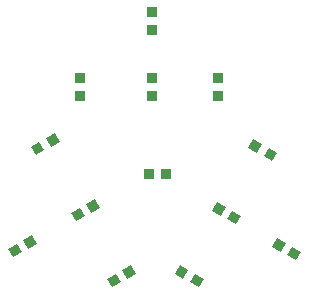
<source format=gbr>
G04 #@! TF.FileFunction,Soldermask,Top*
%FSLAX46Y46*%
G04 Gerber Fmt 4.6, Leading zero omitted, Abs format (unit mm)*
G04 Created by KiCad (PCBNEW (2016-05-06 BZR 6776)-stable) date sáb 02 jul 2016 17:41:08 CEST*
%MOMM*%
%LPD*%
G01*
G04 APERTURE LIST*
%ADD10C,0.100000*%
%ADD11R,0.848360X0.848360*%
G04 APERTURE END LIST*
D10*
D11*
X149110700Y-94996000D03*
X150609300Y-94996000D03*
D10*
G36*
X139221474Y-100137909D02*
X139645654Y-100872611D01*
X138910952Y-101296791D01*
X138486772Y-100562089D01*
X139221474Y-100137909D01*
X139221474Y-100137909D01*
G37*
G36*
X137923648Y-100887209D02*
X138347828Y-101621911D01*
X137613126Y-102046091D01*
X137188946Y-101311389D01*
X137923648Y-100887209D01*
X137923648Y-100887209D01*
G37*
D11*
X149352000Y-82791300D03*
X149352000Y-81292700D03*
D10*
G36*
X159553646Y-101126611D02*
X159977826Y-100391909D01*
X160712528Y-100816089D01*
X160288348Y-101550791D01*
X159553646Y-101126611D01*
X159553646Y-101126611D01*
G37*
G36*
X160851472Y-101875911D02*
X161275652Y-101141209D01*
X162010354Y-101565389D01*
X161586174Y-102300091D01*
X160851472Y-101875911D01*
X160851472Y-101875911D01*
G37*
G36*
X139544739Y-93410091D02*
X139120559Y-92675389D01*
X139855261Y-92251209D01*
X140279441Y-92985911D01*
X139544739Y-93410091D01*
X139544739Y-93410091D01*
G37*
G36*
X140842565Y-92660791D02*
X140418385Y-91926089D01*
X141153087Y-91501909D01*
X141577267Y-92236611D01*
X140842565Y-92660791D01*
X140842565Y-92660791D01*
G37*
G36*
X142959826Y-98998091D02*
X142535646Y-98263389D01*
X143270348Y-97839209D01*
X143694528Y-98573911D01*
X142959826Y-98998091D01*
X142959826Y-98998091D01*
G37*
G36*
X144257652Y-98248791D02*
X143833472Y-97514089D01*
X144568174Y-97089909D01*
X144992354Y-97824611D01*
X144257652Y-98248791D01*
X144257652Y-98248791D01*
G37*
G36*
X146007826Y-104586091D02*
X145583646Y-103851389D01*
X146318348Y-103427209D01*
X146742528Y-104161911D01*
X146007826Y-104586091D01*
X146007826Y-104586091D01*
G37*
G36*
X147305652Y-103836791D02*
X146881472Y-103102089D01*
X147616174Y-102677909D01*
X148040354Y-103412611D01*
X147305652Y-103836791D01*
X147305652Y-103836791D01*
G37*
G36*
X153769267Y-103851389D02*
X153345087Y-104586091D01*
X152610385Y-104161911D01*
X153034565Y-103427209D01*
X153769267Y-103851389D01*
X153769267Y-103851389D01*
G37*
G36*
X152471441Y-103102089D02*
X152047261Y-103836791D01*
X151312559Y-103412611D01*
X151736739Y-102677909D01*
X152471441Y-103102089D01*
X152471441Y-103102089D01*
G37*
G36*
X156930354Y-98517389D02*
X156506174Y-99252091D01*
X155771472Y-98827911D01*
X156195652Y-98093209D01*
X156930354Y-98517389D01*
X156930354Y-98517389D01*
G37*
G36*
X155632528Y-97768089D02*
X155208348Y-98502791D01*
X154473646Y-98078611D01*
X154897826Y-97343909D01*
X155632528Y-97768089D01*
X155632528Y-97768089D01*
G37*
G36*
X159991054Y-93183389D02*
X159566874Y-93918091D01*
X158832172Y-93493911D01*
X159256352Y-92759209D01*
X159991054Y-93183389D01*
X159991054Y-93183389D01*
G37*
G36*
X158693228Y-92434089D02*
X158269048Y-93168791D01*
X157534346Y-92744611D01*
X157958526Y-92009909D01*
X158693228Y-92434089D01*
X158693228Y-92434089D01*
G37*
D11*
X154940000Y-86880700D03*
X154940000Y-88379300D03*
X149352000Y-86880700D03*
X149352000Y-88379300D03*
X143256000Y-86880700D03*
X143256000Y-88379300D03*
M02*

</source>
